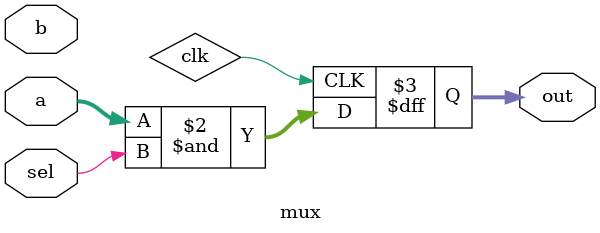
<source format=v>
module mux( 
input [4:0] a, b,
input sel,
output [4:0] out );
// When sel=0, assign a to out. 
// When sel=1, assign b to out. 
always @(posedge clk)
  out <= a & sel;
endmodule

</source>
